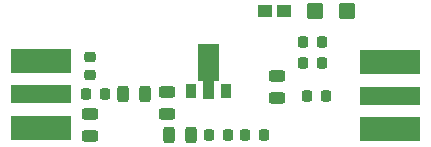
<source format=gbr>
%TF.GenerationSoftware,KiCad,Pcbnew,(5.99.0-7233-g6a28d6af27)*%
%TF.CreationDate,2021-08-16T18:37:05+02:00*%
%TF.ProjectId,lna,6c6e612e-6b69-4636-9164-5f7063625858,rev?*%
%TF.SameCoordinates,Original*%
%TF.FileFunction,Paste,Top*%
%TF.FilePolarity,Positive*%
%FSLAX46Y46*%
G04 Gerber Fmt 4.6, Leading zero omitted, Abs format (unit mm)*
G04 Created by KiCad (PCBNEW (5.99.0-7233-g6a28d6af27)) date 2021-08-16 18:37:05*
%MOMM*%
%LPD*%
G01*
G04 APERTURE LIST*
G04 Aperture macros list*
%AMRoundRect*
0 Rectangle with rounded corners*
0 $1 Rounding radius*
0 $2 $3 $4 $5 $6 $7 $8 $9 X,Y pos of 4 corners*
0 Add a 4 corners polygon primitive as box body*
4,1,4,$2,$3,$4,$5,$6,$7,$8,$9,$2,$3,0*
0 Add four circle primitives for the rounded corners*
1,1,$1+$1,$2,$3,0*
1,1,$1+$1,$4,$5,0*
1,1,$1+$1,$6,$7,0*
1,1,$1+$1,$8,$9,0*
0 Add four rect primitives between the rounded corners*
20,1,$1+$1,$2,$3,$4,$5,0*
20,1,$1+$1,$4,$5,$6,$7,0*
20,1,$1+$1,$6,$7,$8,$9,0*
20,1,$1+$1,$8,$9,$2,$3,0*%
G04 Aperture macros list end*
%ADD10R,5.140000X2.000000*%
%ADD11R,5.140000X1.999996*%
%ADD12R,5.080000X1.500000*%
%ADD13RoundRect,0.218750X0.256250X-0.218750X0.256250X0.218750X-0.256250X0.218750X-0.256250X-0.218750X0*%
%ADD14RoundRect,0.250000X-0.450000X-0.425000X0.450000X-0.425000X0.450000X0.425000X-0.450000X0.425000X0*%
%ADD15R,0.900000X1.300000*%
%ADD16RoundRect,0.243750X0.243750X0.456250X-0.243750X0.456250X-0.243750X-0.456250X0.243750X-0.456250X0*%
%ADD17RoundRect,0.218750X-0.218750X-0.256250X0.218750X-0.256250X0.218750X0.256250X-0.218750X0.256250X0*%
%ADD18RoundRect,0.243750X-0.243750X-0.456250X0.243750X-0.456250X0.243750X0.456250X-0.243750X0.456250X0*%
%ADD19R,1.306056X1.058220*%
%ADD20RoundRect,0.218750X0.218750X0.256250X-0.218750X0.256250X-0.218750X-0.256250X0.218750X-0.256250X0*%
%ADD21RoundRect,0.243750X-0.456250X0.243750X-0.456250X-0.243750X0.456250X-0.243750X0.456250X0.243750X0*%
%ADD22RoundRect,0.243750X0.456250X-0.243750X0.456250X0.243750X-0.456250X0.243750X-0.456250X-0.243750X0*%
G04 APERTURE END LIST*
D10*
%TO.C,J1*%
X130200000Y-92000000D03*
D11*
X130200000Y-97700001D03*
D12*
X130200000Y-94800000D03*
%TD*%
D10*
%TO.C,J3*%
X159800000Y-97800000D03*
D11*
X159800000Y-92099999D03*
D12*
X159800000Y-95000000D03*
%TD*%
D13*
%TO.C,C1*%
X134350000Y-93237500D03*
X134350000Y-91662500D03*
%TD*%
D14*
%TO.C,C6*%
X153450000Y-87800000D03*
X156150000Y-87800000D03*
%TD*%
D15*
%TO.C,U1*%
X142900000Y-94550000D03*
G36*
X145266500Y-90600000D02*
G01*
X145266500Y-93725000D01*
X144850000Y-93725000D01*
X144849999Y-95200000D01*
X143950000Y-95200000D01*
X143950001Y-93725000D01*
X143533500Y-93725000D01*
X143533501Y-90600000D01*
X145266500Y-90600000D01*
G37*
X145900000Y-94550000D03*
%TD*%
D16*
%TO.C,L2*%
X139075000Y-94850000D03*
X137200000Y-94850000D03*
%TD*%
D17*
%TO.C,C2*%
X134062500Y-94850000D03*
X135637500Y-94850000D03*
%TD*%
%TO.C,C7*%
X152750000Y-95000000D03*
X154325000Y-95000000D03*
%TD*%
%TO.C,R1*%
X144462500Y-98300000D03*
X146037500Y-98300000D03*
%TD*%
D18*
%TO.C,L4*%
X141062500Y-98300000D03*
X142937500Y-98300000D03*
%TD*%
D19*
%TO.C,FB1*%
X149223918Y-87800000D03*
X150776082Y-87800000D03*
%TD*%
D20*
%TO.C,C4*%
X153987500Y-92200000D03*
X152412500Y-92200000D03*
%TD*%
D21*
%TO.C,L3*%
X140900000Y-94650000D03*
X140900000Y-96525000D03*
%TD*%
D22*
%TO.C,L5*%
X150250000Y-95187500D03*
X150250000Y-93312500D03*
%TD*%
D17*
%TO.C,C3*%
X147512500Y-98300000D03*
X149087500Y-98300000D03*
%TD*%
D21*
%TO.C,L1*%
X134350000Y-96512500D03*
X134350000Y-98387500D03*
%TD*%
D17*
%TO.C,C5*%
X152412500Y-90400000D03*
X153987500Y-90400000D03*
%TD*%
M02*

</source>
